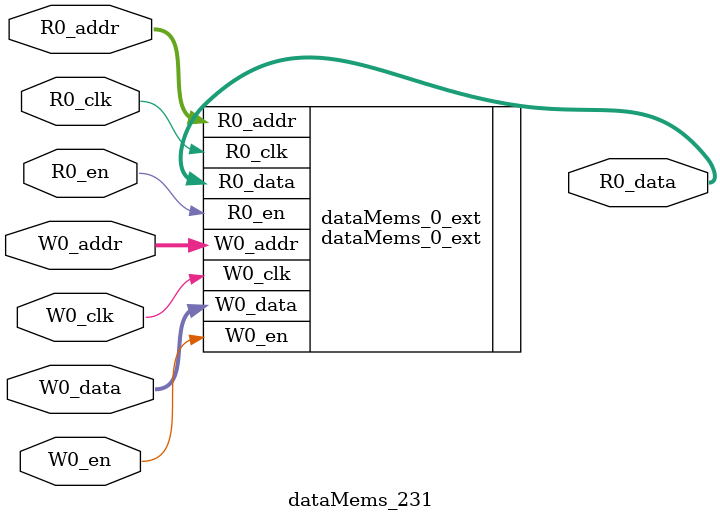
<source format=sv>
`ifndef RANDOMIZE
  `ifdef RANDOMIZE_REG_INIT
    `define RANDOMIZE
  `endif // RANDOMIZE_REG_INIT
`endif // not def RANDOMIZE
`ifndef RANDOMIZE
  `ifdef RANDOMIZE_MEM_INIT
    `define RANDOMIZE
  `endif // RANDOMIZE_MEM_INIT
`endif // not def RANDOMIZE

`ifndef RANDOM
  `define RANDOM $random
`endif // not def RANDOM

// Users can define 'PRINTF_COND' to add an extra gate to prints.
`ifndef PRINTF_COND_
  `ifdef PRINTF_COND
    `define PRINTF_COND_ (`PRINTF_COND)
  `else  // PRINTF_COND
    `define PRINTF_COND_ 1
  `endif // PRINTF_COND
`endif // not def PRINTF_COND_

// Users can define 'ASSERT_VERBOSE_COND' to add an extra gate to assert error printing.
`ifndef ASSERT_VERBOSE_COND_
  `ifdef ASSERT_VERBOSE_COND
    `define ASSERT_VERBOSE_COND_ (`ASSERT_VERBOSE_COND)
  `else  // ASSERT_VERBOSE_COND
    `define ASSERT_VERBOSE_COND_ 1
  `endif // ASSERT_VERBOSE_COND
`endif // not def ASSERT_VERBOSE_COND_

// Users can define 'STOP_COND' to add an extra gate to stop conditions.
`ifndef STOP_COND_
  `ifdef STOP_COND
    `define STOP_COND_ (`STOP_COND)
  `else  // STOP_COND
    `define STOP_COND_ 1
  `endif // STOP_COND
`endif // not def STOP_COND_

// Users can define INIT_RANDOM as general code that gets injected into the
// initializer block for modules with registers.
`ifndef INIT_RANDOM
  `define INIT_RANDOM
`endif // not def INIT_RANDOM

// If using random initialization, you can also define RANDOMIZE_DELAY to
// customize the delay used, otherwise 0.002 is used.
`ifndef RANDOMIZE_DELAY
  `define RANDOMIZE_DELAY 0.002
`endif // not def RANDOMIZE_DELAY

// Define INIT_RANDOM_PROLOG_ for use in our modules below.
`ifndef INIT_RANDOM_PROLOG_
  `ifdef RANDOMIZE
    `ifdef VERILATOR
      `define INIT_RANDOM_PROLOG_ `INIT_RANDOM
    `else  // VERILATOR
      `define INIT_RANDOM_PROLOG_ `INIT_RANDOM #`RANDOMIZE_DELAY begin end
    `endif // VERILATOR
  `else  // RANDOMIZE
    `define INIT_RANDOM_PROLOG_
  `endif // RANDOMIZE
`endif // not def INIT_RANDOM_PROLOG_

// Include register initializers in init blocks unless synthesis is set
`ifndef SYNTHESIS
  `ifndef ENABLE_INITIAL_REG_
    `define ENABLE_INITIAL_REG_
  `endif // not def ENABLE_INITIAL_REG_
`endif // not def SYNTHESIS

// Include rmemory initializers in init blocks unless synthesis is set
`ifndef SYNTHESIS
  `ifndef ENABLE_INITIAL_MEM_
    `define ENABLE_INITIAL_MEM_
  `endif // not def ENABLE_INITIAL_MEM_
`endif // not def SYNTHESIS

module dataMems_231(	// @[generators/ara/src/main/scala/UnsafeAXI4ToTL.scala:365:62]
  input  [4:0]   R0_addr,
  input          R0_en,
  input          R0_clk,
  output [130:0] R0_data,
  input  [4:0]   W0_addr,
  input          W0_en,
  input          W0_clk,
  input  [130:0] W0_data
);

  dataMems_0_ext dataMems_0_ext (	// @[generators/ara/src/main/scala/UnsafeAXI4ToTL.scala:365:62]
    .R0_addr (R0_addr),
    .R0_en   (R0_en),
    .R0_clk  (R0_clk),
    .R0_data (R0_data),
    .W0_addr (W0_addr),
    .W0_en   (W0_en),
    .W0_clk  (W0_clk),
    .W0_data (W0_data)
  );
endmodule


</source>
